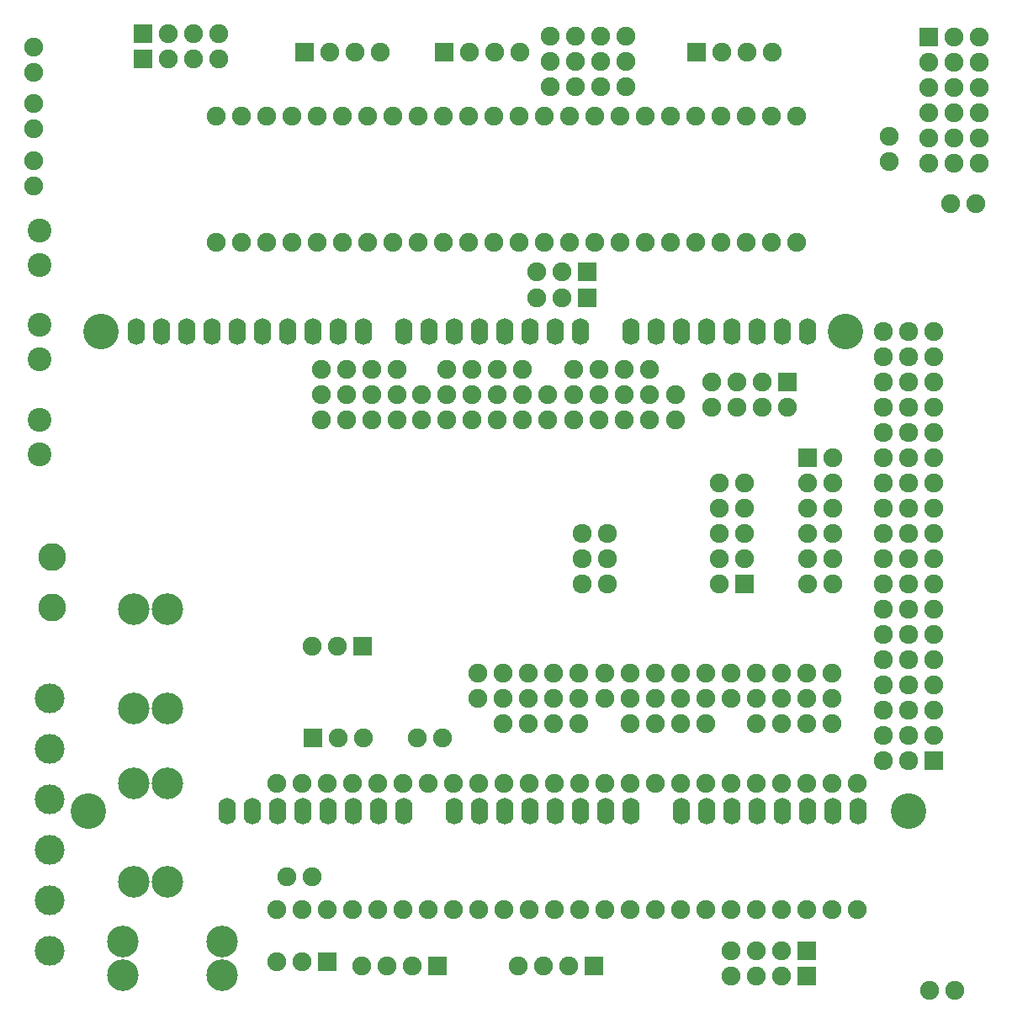
<source format=gbr>
G04 #@! TF.GenerationSoftware,KiCad,Pcbnew,5.1.6*
G04 #@! TF.CreationDate,2020-06-13T11:17:34+02:00*
G04 #@! TF.ProjectId,RAMPS-FD,52414d50-532d-4464-942e-6b696361645f,3.0*
G04 #@! TF.SameCoordinates,Original*
G04 #@! TF.FileFunction,Soldermask,Bot*
G04 #@! TF.FilePolarity,Negative*
%FSLAX46Y46*%
G04 Gerber Fmt 4.6, Leading zero omitted, Abs format (unit mm)*
G04 Created by KiCad (PCBNEW 5.1.6) date 2020-06-13 11:17:34*
%MOMM*%
%LPD*%
G01*
G04 APERTURE LIST*
%ADD10C,2.400000*%
%ADD11C,2.800000*%
%ADD12C,3.180000*%
%ADD13C,1.900000*%
%ADD14R,1.900000X1.900000*%
%ADD15C,3.000000*%
%ADD16C,1.924000*%
%ADD17O,1.770000X2.686000*%
%ADD18C,3.575000*%
G04 APERTURE END LIST*
D10*
X55880000Y-60988000D03*
X55880000Y-64488000D03*
X55880000Y-70513000D03*
X55880000Y-74013000D03*
X55880000Y-80038000D03*
X55880000Y-83538000D03*
D11*
X57150000Y-93853000D03*
X57150000Y-98933000D03*
D12*
X68724000Y-116653000D03*
X65324000Y-116653000D03*
X68724000Y-126573000D03*
X65324000Y-126573000D03*
X74182000Y-135973000D03*
X74182000Y-132573000D03*
X64262000Y-135973000D03*
X64262000Y-132573000D03*
X68724000Y-99153000D03*
X65324000Y-99153000D03*
X68724000Y-109073000D03*
X65324000Y-109073000D03*
D13*
X141324000Y-51533000D03*
X141324000Y-54073000D03*
X94324000Y-77533000D03*
X94324000Y-80073000D03*
X107024000Y-77533000D03*
X107024000Y-80073000D03*
X119824000Y-77533000D03*
X119824000Y-80073000D03*
X125464000Y-108113000D03*
X125464000Y-105573000D03*
X112724000Y-108113000D03*
X112724000Y-105573000D03*
X99924000Y-108113000D03*
X99924000Y-105573000D03*
X80772000Y-126073000D03*
X83312000Y-126073000D03*
X96364000Y-112073000D03*
X93824000Y-112073000D03*
X79744000Y-134573000D03*
X82284000Y-134573000D03*
D14*
X84824000Y-134573000D03*
D13*
X83244000Y-102870000D03*
X85784000Y-102870000D03*
D14*
X88324000Y-102870000D03*
D15*
X56896000Y-108077000D03*
X56896000Y-133477000D03*
X56896000Y-128397000D03*
X56896000Y-113157000D03*
X56896000Y-123317000D03*
X56896000Y-118237000D03*
D13*
X55245000Y-42545000D03*
X55245000Y-45085000D03*
X105918000Y-65151000D03*
X108458000Y-65151000D03*
D14*
X110998000Y-65151000D03*
D13*
X88264000Y-135001000D03*
X90804000Y-135001000D03*
X93344000Y-135001000D03*
D14*
X95884000Y-135001000D03*
D13*
X147574000Y-58293000D03*
X150114000Y-58293000D03*
X104216200Y-43053000D03*
X101676200Y-43053000D03*
X99136200Y-43053000D03*
D14*
X96596200Y-43053000D03*
D13*
X129634000Y-43073000D03*
X127094000Y-43073000D03*
X124554000Y-43073000D03*
D14*
X122014000Y-43073000D03*
D13*
X114858800Y-41503600D03*
X114858800Y-44043600D03*
X114858800Y-46583600D03*
X112318800Y-41503600D03*
X112318800Y-44043600D03*
X112318800Y-46583600D03*
X109778800Y-41503600D03*
X109778800Y-44043600D03*
X109778800Y-46583600D03*
X107238800Y-41503600D03*
X107238800Y-44043600D03*
X107238800Y-46583600D03*
X73908600Y-41206200D03*
X71368600Y-41206200D03*
X68828600Y-41206200D03*
D14*
X66288600Y-41206200D03*
D13*
X124270000Y-86440000D03*
X124270000Y-88980000D03*
X124270000Y-91520000D03*
X124270000Y-94060000D03*
X124270000Y-96600000D03*
X126810000Y-86440000D03*
X126810000Y-88980000D03*
X126810000Y-91520000D03*
X126810000Y-94060000D03*
D14*
X126810000Y-96600000D03*
D13*
X135700000Y-96600000D03*
X135700000Y-94060000D03*
X135700000Y-91520000D03*
X135700000Y-88980000D03*
X135700000Y-86440000D03*
X135700000Y-83900000D03*
X133160000Y-96600000D03*
X133160000Y-94060000D03*
X133160000Y-91520000D03*
X133160000Y-88980000D03*
X133160000Y-86440000D03*
D14*
X133160000Y-83900000D03*
D13*
X145860000Y-71200000D03*
X145860000Y-73740000D03*
X145860000Y-76280000D03*
X145860000Y-78820000D03*
X145860000Y-81360000D03*
X145860000Y-83900000D03*
X145860000Y-86440000D03*
X145860000Y-88980000D03*
X145860000Y-91520000D03*
X145860000Y-94060000D03*
X145860000Y-96600000D03*
X145860000Y-99140000D03*
X145860000Y-101680000D03*
X145860000Y-104220000D03*
X145860000Y-106760000D03*
X145860000Y-109300000D03*
X145860000Y-111840000D03*
D14*
X145860000Y-114380000D03*
D13*
X150404000Y-54273000D03*
X147864000Y-54273000D03*
X145324000Y-54273000D03*
X150404000Y-51733000D03*
X147864000Y-51733000D03*
X145324000Y-51733000D03*
X150404000Y-49193000D03*
X147864000Y-49193000D03*
X145324000Y-49193000D03*
X150404000Y-46653000D03*
X147864000Y-46653000D03*
X145324000Y-46653000D03*
X150404000Y-44113000D03*
X147864000Y-44113000D03*
X145324000Y-44113000D03*
X150404000Y-41573000D03*
X147864000Y-41573000D03*
D14*
X145324000Y-41573000D03*
D13*
X55245000Y-53975000D03*
X55245000Y-56515000D03*
X115304000Y-110653000D03*
X115304000Y-108113000D03*
X115304000Y-105573000D03*
X117844000Y-110653000D03*
X117844000Y-108113000D03*
X117844000Y-105573000D03*
X120384000Y-110653000D03*
X120384000Y-108113000D03*
X120384000Y-105573000D03*
X122924000Y-110653000D03*
X122924000Y-108113000D03*
X122924000Y-105573000D03*
X104444000Y-74993000D03*
X104444000Y-77533000D03*
X104444000Y-80073000D03*
X101904000Y-74993000D03*
X101904000Y-77533000D03*
X101904000Y-80073000D03*
X99364000Y-74993000D03*
X99364000Y-77533000D03*
X99364000Y-80073000D03*
X96824000Y-74993000D03*
X96824000Y-77533000D03*
X96824000Y-80073000D03*
X117244000Y-74993000D03*
X117244000Y-77533000D03*
X117244000Y-80073000D03*
X114704000Y-74993000D03*
X114704000Y-77533000D03*
X114704000Y-80073000D03*
X112164000Y-74993000D03*
X112164000Y-77533000D03*
X112164000Y-80073000D03*
X109624000Y-74993000D03*
X109624000Y-77533000D03*
X109624000Y-80073000D03*
X138176000Y-129381000D03*
X135636000Y-129381000D03*
X133096000Y-129381000D03*
X130556000Y-129381000D03*
X128016000Y-129381000D03*
X125476000Y-129381000D03*
X122936000Y-129381000D03*
X120396000Y-129381000D03*
X120396000Y-116681000D03*
X122936000Y-116681000D03*
X125476000Y-116681000D03*
X128016000Y-116681000D03*
X130556000Y-116681000D03*
X133096000Y-116681000D03*
X135636000Y-116681000D03*
X138176000Y-116681000D03*
X73610000Y-49550000D03*
X76150000Y-49550000D03*
X78690000Y-49550000D03*
X81230000Y-49550000D03*
X83770000Y-49550000D03*
X86310000Y-49550000D03*
X88850000Y-49550000D03*
X91390000Y-49550000D03*
X91390000Y-62250000D03*
X88850000Y-62250000D03*
X86310000Y-62250000D03*
X83770000Y-62250000D03*
X81230000Y-62250000D03*
X78690000Y-62250000D03*
X76150000Y-62250000D03*
X73610000Y-62250000D03*
X105918000Y-67818000D03*
X108458000Y-67818000D03*
D14*
X110998000Y-67818000D03*
D16*
X112967000Y-91520000D03*
X112967000Y-94060000D03*
X112967000Y-96600000D03*
X110427000Y-96600000D03*
X110427000Y-94060000D03*
X110427000Y-91520000D03*
D17*
X74740000Y-119460000D03*
X77280000Y-119460000D03*
X65596000Y-71200000D03*
X68136000Y-71200000D03*
D16*
X143320000Y-114380000D03*
X140780000Y-114380000D03*
X143320000Y-111840000D03*
X140780000Y-111840000D03*
X143320000Y-109300000D03*
X140780000Y-109300000D03*
X143320000Y-106760000D03*
X140780000Y-106760000D03*
X143320000Y-104220000D03*
X140780000Y-104220000D03*
X143320000Y-101680000D03*
X140780000Y-101680000D03*
X143320000Y-99140000D03*
X140780000Y-99140000D03*
X143320000Y-96600000D03*
X140780000Y-96600000D03*
X143320000Y-94060000D03*
X140780000Y-94060000D03*
X143320000Y-91520000D03*
X140780000Y-91520000D03*
X143320000Y-88980000D03*
X140780000Y-88980000D03*
X143320000Y-86440000D03*
X140780000Y-86440000D03*
X140780000Y-83900000D03*
X143320000Y-83900000D03*
X143320000Y-71200000D03*
X140780000Y-71200000D03*
X143320000Y-81360000D03*
X140780000Y-81360000D03*
X143320000Y-78820000D03*
X140780000Y-78820000D03*
X143320000Y-76280000D03*
X140780000Y-76280000D03*
X143320000Y-73740000D03*
X140780000Y-73740000D03*
D18*
X60770000Y-119460000D03*
X62040000Y-71200000D03*
X136970000Y-71200000D03*
X143320000Y-119460000D03*
D17*
X84900000Y-119460000D03*
X70676000Y-71200000D03*
X73216000Y-71200000D03*
X75756000Y-71200000D03*
X78296000Y-71200000D03*
X80836000Y-71200000D03*
X83376000Y-71200000D03*
X85916000Y-71200000D03*
X88456000Y-71200000D03*
X92520000Y-71200000D03*
X95060000Y-71200000D03*
X97600000Y-71200000D03*
X100140000Y-71200000D03*
X102680000Y-71200000D03*
X105220000Y-71200000D03*
X107760000Y-71200000D03*
X110300000Y-71200000D03*
X79820000Y-119460000D03*
X82360000Y-119460000D03*
X87440000Y-119460000D03*
X89980000Y-119460000D03*
X92520000Y-119460000D03*
X102680000Y-119460000D03*
X100140000Y-119460000D03*
X97600000Y-119460000D03*
X105220000Y-119460000D03*
X107760000Y-119460000D03*
X110300000Y-119460000D03*
X128080000Y-119460000D03*
X125540000Y-119460000D03*
X123000000Y-119460000D03*
X112840000Y-119460000D03*
X115380000Y-119460000D03*
X120460000Y-119460000D03*
X130620000Y-119460000D03*
X133160000Y-119460000D03*
X135700000Y-119460000D03*
X138240000Y-119460000D03*
X133160000Y-71200000D03*
X130620000Y-71200000D03*
X128080000Y-71200000D03*
X125540000Y-71200000D03*
X123000000Y-71200000D03*
X120460000Y-71200000D03*
X117920000Y-71200000D03*
X115380000Y-71200000D03*
D13*
X114250000Y-49550000D03*
X116790000Y-49550000D03*
X119330000Y-49550000D03*
X121870000Y-49550000D03*
X124410000Y-49550000D03*
X126950000Y-49550000D03*
X129490000Y-49550000D03*
X132030000Y-49550000D03*
X132030000Y-62250000D03*
X129490000Y-62250000D03*
X126950000Y-62250000D03*
X124410000Y-62250000D03*
X121870000Y-62250000D03*
X119330000Y-62250000D03*
X116790000Y-62250000D03*
X114250000Y-62250000D03*
X93930000Y-49550000D03*
X96470000Y-49550000D03*
X99010000Y-49550000D03*
X101550000Y-49550000D03*
X104090000Y-49550000D03*
X106630000Y-49550000D03*
X109170000Y-49550000D03*
X111710000Y-49550000D03*
X111710000Y-62250000D03*
X109170000Y-62250000D03*
X106630000Y-62250000D03*
X104090000Y-62250000D03*
X101550000Y-62250000D03*
X99010000Y-62250000D03*
X96470000Y-62250000D03*
X93930000Y-62250000D03*
X117856000Y-129381000D03*
X115316000Y-129381000D03*
X112776000Y-129381000D03*
X110236000Y-129381000D03*
X107696000Y-129381000D03*
X105156000Y-129381000D03*
X102616000Y-129381000D03*
X100076000Y-129381000D03*
X100076000Y-116681000D03*
X102616000Y-116681000D03*
X105156000Y-116681000D03*
X107696000Y-116681000D03*
X110236000Y-116681000D03*
X112776000Y-116681000D03*
X115316000Y-116681000D03*
X117856000Y-116681000D03*
X97536000Y-129381000D03*
X94996000Y-129381000D03*
X92456000Y-129381000D03*
X89916000Y-129381000D03*
X87376000Y-129381000D03*
X84836000Y-129381000D03*
X82296000Y-129381000D03*
X79756000Y-129381000D03*
X79756000Y-116681000D03*
X82296000Y-116681000D03*
X84836000Y-116681000D03*
X87376000Y-116681000D03*
X89916000Y-116681000D03*
X92456000Y-116681000D03*
X94996000Y-116681000D03*
X97536000Y-116681000D03*
X55245000Y-48260000D03*
X55245000Y-50800000D03*
X73908600Y-43746200D03*
X71368600Y-43746200D03*
X68828600Y-43746200D03*
D14*
X66288600Y-43746200D03*
D13*
X90134000Y-43073000D03*
X87594000Y-43073000D03*
X85054000Y-43073000D03*
D14*
X82514000Y-43073000D03*
D13*
X104014000Y-135001000D03*
X106554000Y-135001000D03*
X109094000Y-135001000D03*
D14*
X111634000Y-135001000D03*
D13*
X125476000Y-133477000D03*
X128016000Y-133477000D03*
X130556000Y-133477000D03*
D14*
X133096000Y-133477000D03*
D13*
X125476000Y-136017000D03*
X128016000Y-136017000D03*
X130556000Y-136017000D03*
D14*
X133096000Y-136017000D03*
D13*
X88404000Y-112073000D03*
X85864000Y-112073000D03*
D14*
X83324000Y-112073000D03*
D13*
X145415000Y-137459720D03*
X147955000Y-137459720D03*
X91844000Y-74993000D03*
X91844000Y-77533000D03*
X91844000Y-80073000D03*
X89304000Y-74993000D03*
X89304000Y-77533000D03*
X89304000Y-80073000D03*
X86764000Y-74993000D03*
X86764000Y-77533000D03*
X86764000Y-80073000D03*
X84224000Y-74993000D03*
X84224000Y-77533000D03*
X84224000Y-80073000D03*
X102504000Y-110653000D03*
X102504000Y-108113000D03*
X102504000Y-105573000D03*
X105044000Y-110653000D03*
X105044000Y-108113000D03*
X105044000Y-105573000D03*
X107584000Y-110653000D03*
X107584000Y-108113000D03*
X107584000Y-105573000D03*
X110124000Y-110653000D03*
X110124000Y-108113000D03*
X110124000Y-105573000D03*
X128004000Y-110653000D03*
X128004000Y-108113000D03*
X128004000Y-105573000D03*
X130544000Y-110653000D03*
X130544000Y-108113000D03*
X130544000Y-105573000D03*
X133084000Y-110653000D03*
X133084000Y-108113000D03*
X133084000Y-105573000D03*
X135624000Y-110653000D03*
X135624000Y-108113000D03*
X135624000Y-105573000D03*
X123514000Y-78843000D03*
X126054000Y-78843000D03*
X128594000Y-78843000D03*
X131134000Y-78843000D03*
X123514000Y-76303000D03*
X126054000Y-76303000D03*
X128594000Y-76303000D03*
D14*
X131134000Y-76303000D03*
M02*

</source>
